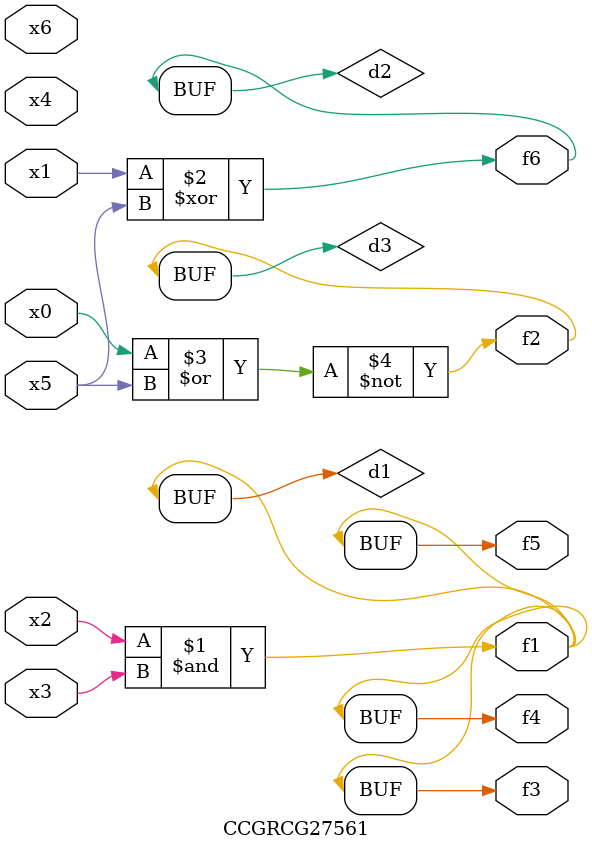
<source format=v>
module CCGRCG27561(
	input x0, x1, x2, x3, x4, x5, x6,
	output f1, f2, f3, f4, f5, f6
);

	wire d1, d2, d3;

	and (d1, x2, x3);
	xor (d2, x1, x5);
	nor (d3, x0, x5);
	assign f1 = d1;
	assign f2 = d3;
	assign f3 = d1;
	assign f4 = d1;
	assign f5 = d1;
	assign f6 = d2;
endmodule

</source>
